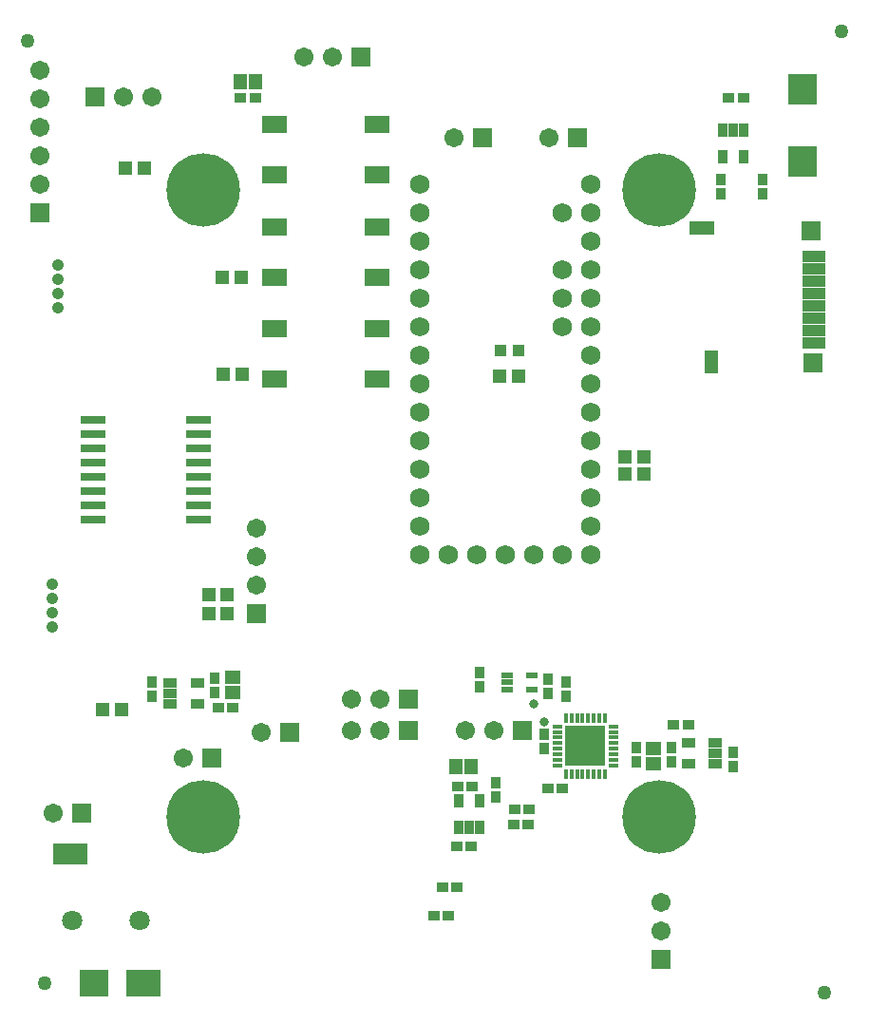
<source format=gts>
G04*
G04 #@! TF.GenerationSoftware,Altium Limited,Altium Designer,21.9.2 (33)*
G04*
G04 Layer_Color=8388736*
%FSLAX25Y25*%
%MOIN*%
G70*
G04*
G04 #@! TF.SameCoordinates,2E303187-FE1F-4BD8-B44E-E95B7E70DBC6*
G04*
G04*
G04 #@! TF.FilePolarity,Negative*
G04*
G01*
G75*
%ADD39R,0.05131X0.04737*%
%ADD40R,0.03950X0.03950*%
%ADD41R,0.03556X0.04343*%
%ADD42R,0.04737X0.05131*%
%ADD43R,0.03359X0.05131*%
%ADD44R,0.08280X0.03950*%
%ADD45R,0.06706X0.06706*%
%ADD46R,0.08674X0.04737*%
%ADD47R,0.04737X0.08083*%
%ADD48R,0.10249X0.11036*%
%ADD49R,0.04343X0.02375*%
%ADD50R,0.04343X0.03556*%
%ADD51R,0.08595X0.02887*%
%ADD52R,0.10249X0.09658*%
%ADD53R,0.12217X0.09658*%
%ADD54R,0.12217X0.07690*%
%ADD55R,0.04800X0.05800*%
%ADD56R,0.05800X0.04800*%
%ADD57R,0.05131X0.03359*%
%ADD58R,0.09068X0.06312*%
%ADD59O,0.01587X0.03556*%
%ADD60O,0.03556X0.01587*%
%ADD61R,0.14186X0.14186*%
%ADD62C,0.05000*%
%ADD63C,0.06800*%
%ADD64C,0.06706*%
%ADD65C,0.07099*%
%ADD66R,0.06706X0.06706*%
%ADD67C,0.25800*%
%ADD68C,0.04147*%
%ADD69C,0.03300*%
D39*
X166347Y213000D02*
D03*
X159653D02*
D03*
X20154Y96000D02*
D03*
X26847D02*
D03*
X34846Y286000D02*
D03*
X28153D02*
D03*
X68846Y247500D02*
D03*
X62154D02*
D03*
X69346Y213500D02*
D03*
X62653D02*
D03*
X210347Y178500D02*
D03*
X203654D02*
D03*
X203654Y184500D02*
D03*
X210347D02*
D03*
D40*
X159752Y222000D02*
D03*
X166248D02*
D03*
D41*
X251886Y276957D02*
D03*
Y282075D02*
D03*
X183000Y100441D02*
D03*
Y105559D02*
D03*
X152500Y109059D02*
D03*
Y103941D02*
D03*
X237386Y276957D02*
D03*
Y282075D02*
D03*
X176500Y106559D02*
D03*
Y101441D02*
D03*
X158358Y65146D02*
D03*
Y70264D02*
D03*
X175205Y82083D02*
D03*
Y87201D02*
D03*
X59500Y107059D02*
D03*
Y101941D02*
D03*
X37705Y105701D02*
D03*
Y100583D02*
D03*
X207654Y77472D02*
D03*
Y82590D02*
D03*
X220065Y77472D02*
D03*
Y82590D02*
D03*
X241500Y75941D02*
D03*
Y81059D02*
D03*
D42*
X57500Y136346D02*
D03*
Y129654D02*
D03*
X64000Y136346D02*
D03*
Y129654D02*
D03*
D43*
X145118Y63929D02*
D03*
X152598D02*
D03*
Y54480D02*
D03*
X148858D02*
D03*
X145118D02*
D03*
X245240Y289791D02*
D03*
X237760D02*
D03*
Y299240D02*
D03*
X241500D02*
D03*
X245240D02*
D03*
D44*
X270051Y254803D02*
D03*
Y250472D02*
D03*
Y246142D02*
D03*
Y241811D02*
D03*
Y237480D02*
D03*
Y233150D02*
D03*
Y228819D02*
D03*
Y224488D02*
D03*
D45*
X269500Y217500D02*
D03*
X269000Y264000D02*
D03*
X187000Y296500D02*
D03*
X17500Y311000D02*
D03*
X127500Y99500D02*
D03*
X86000Y88000D02*
D03*
X58500Y79000D02*
D03*
X13000Y59500D02*
D03*
X167705Y88642D02*
D03*
X127500Y88500D02*
D03*
X153500Y296500D02*
D03*
X111000Y325000D02*
D03*
D46*
X230532Y265000D02*
D03*
D47*
X233878Y217791D02*
D03*
D48*
X266000Y288402D02*
D03*
Y313598D02*
D03*
D49*
X162169Y108059D02*
D03*
Y105500D02*
D03*
Y102941D02*
D03*
X170831D02*
D03*
Y108059D02*
D03*
D50*
X240000Y310500D02*
D03*
X245118D02*
D03*
X164941Y61000D02*
D03*
X170059D02*
D03*
X164441Y55500D02*
D03*
X169559D02*
D03*
X144941Y69000D02*
D03*
X150059D02*
D03*
X144441Y48000D02*
D03*
X149559D02*
D03*
X181705Y68142D02*
D03*
X176587D02*
D03*
X225764Y90642D02*
D03*
X220646D02*
D03*
X139441Y33500D02*
D03*
X144559D02*
D03*
X136441Y23500D02*
D03*
X141559D02*
D03*
X73764Y310642D02*
D03*
X68646D02*
D03*
X60941Y96500D02*
D03*
X66059D02*
D03*
D51*
X17000Y197500D02*
D03*
Y192500D02*
D03*
Y187500D02*
D03*
Y182500D02*
D03*
Y177500D02*
D03*
Y172500D02*
D03*
Y167500D02*
D03*
Y162500D02*
D03*
X53890Y197500D02*
D03*
Y192500D02*
D03*
Y187500D02*
D03*
Y182500D02*
D03*
Y177500D02*
D03*
Y172500D02*
D03*
Y167500D02*
D03*
Y162500D02*
D03*
D52*
X17169Y-146D02*
D03*
D53*
X34492D02*
D03*
D54*
X8902Y45130D02*
D03*
D55*
X149650Y76000D02*
D03*
X144350D02*
D03*
X68555Y316142D02*
D03*
X73855D02*
D03*
D56*
X66000Y101850D02*
D03*
Y107150D02*
D03*
X213706Y82113D02*
D03*
Y76813D02*
D03*
D57*
X43980Y105382D02*
D03*
Y101642D02*
D03*
Y97902D02*
D03*
X53429D02*
D03*
Y105382D02*
D03*
X235224Y76760D02*
D03*
Y80500D02*
D03*
Y84240D02*
D03*
X225776D02*
D03*
Y76760D02*
D03*
D58*
X116532Y247425D02*
D03*
Y265142D02*
D03*
X80705Y247425D02*
D03*
Y265142D02*
D03*
X116532Y211925D02*
D03*
Y229642D02*
D03*
X80705Y211925D02*
D03*
Y229642D02*
D03*
X116532Y283425D02*
D03*
Y301142D02*
D03*
X80705Y283425D02*
D03*
Y301142D02*
D03*
D59*
X182815Y92984D02*
D03*
X184783D02*
D03*
X186752D02*
D03*
X188721D02*
D03*
X190689D02*
D03*
X192657D02*
D03*
X194626D02*
D03*
X196595D02*
D03*
Y73299D02*
D03*
X194626D02*
D03*
X192657D02*
D03*
X190689D02*
D03*
X188721D02*
D03*
X186752D02*
D03*
X184783D02*
D03*
X182815D02*
D03*
D60*
X199547Y90031D02*
D03*
Y88063D02*
D03*
Y86094D02*
D03*
Y84126D02*
D03*
Y82157D02*
D03*
Y80189D02*
D03*
Y78220D02*
D03*
Y76252D02*
D03*
X179862D02*
D03*
Y78220D02*
D03*
Y80189D02*
D03*
Y82157D02*
D03*
Y84126D02*
D03*
Y86094D02*
D03*
Y88063D02*
D03*
Y90031D02*
D03*
D61*
X189705Y83142D02*
D03*
D62*
X-6000Y330500D02*
D03*
X279500Y334000D02*
D03*
X0Y0D02*
D03*
X273705Y-3358D02*
D03*
D63*
X191705Y260142D02*
D03*
X181705Y270142D02*
D03*
X131705Y280142D02*
D03*
Y270142D02*
D03*
Y260142D02*
D03*
Y250142D02*
D03*
Y240142D02*
D03*
Y230142D02*
D03*
Y220142D02*
D03*
Y210142D02*
D03*
Y200142D02*
D03*
Y190142D02*
D03*
Y180142D02*
D03*
Y170142D02*
D03*
Y160142D02*
D03*
Y150142D02*
D03*
X141705D02*
D03*
X151705D02*
D03*
X161705D02*
D03*
X181705D02*
D03*
X191705D02*
D03*
Y160142D02*
D03*
Y170142D02*
D03*
Y180142D02*
D03*
Y190142D02*
D03*
Y200142D02*
D03*
Y210142D02*
D03*
Y220142D02*
D03*
Y230142D02*
D03*
Y240142D02*
D03*
Y250142D02*
D03*
Y270142D02*
D03*
Y280142D02*
D03*
X171705Y150142D02*
D03*
X181705Y250142D02*
D03*
Y240142D02*
D03*
Y230142D02*
D03*
D64*
X177000Y296500D02*
D03*
X37500Y311000D02*
D03*
X27500D02*
D03*
X107500Y99500D02*
D03*
X117500D02*
D03*
X76000Y88000D02*
D03*
X48500Y79000D02*
D03*
X3000Y59500D02*
D03*
X216200Y18142D02*
D03*
Y28142D02*
D03*
X-1795Y280142D02*
D03*
Y290142D02*
D03*
Y300142D02*
D03*
Y310142D02*
D03*
Y320142D02*
D03*
X157705Y88642D02*
D03*
X147705D02*
D03*
X117500Y88500D02*
D03*
X107500D02*
D03*
X143500Y296500D02*
D03*
X74205Y159642D02*
D03*
Y149642D02*
D03*
Y139642D02*
D03*
X101000Y325000D02*
D03*
X91000D02*
D03*
D65*
X33311Y22000D02*
D03*
X9689D02*
D03*
D66*
X216200Y8142D02*
D03*
X-1795Y270142D02*
D03*
X74205Y129642D02*
D03*
D67*
X215705Y58142D02*
D03*
X55705D02*
D03*
X215705Y278142D02*
D03*
X55705D02*
D03*
D68*
X2500Y140000D02*
D03*
Y135000D02*
D03*
Y130000D02*
D03*
Y125000D02*
D03*
X4500Y252000D02*
D03*
Y247000D02*
D03*
Y242000D02*
D03*
Y237000D02*
D03*
D69*
X171500Y98000D02*
D03*
X175205Y91642D02*
D03*
M02*

</source>
